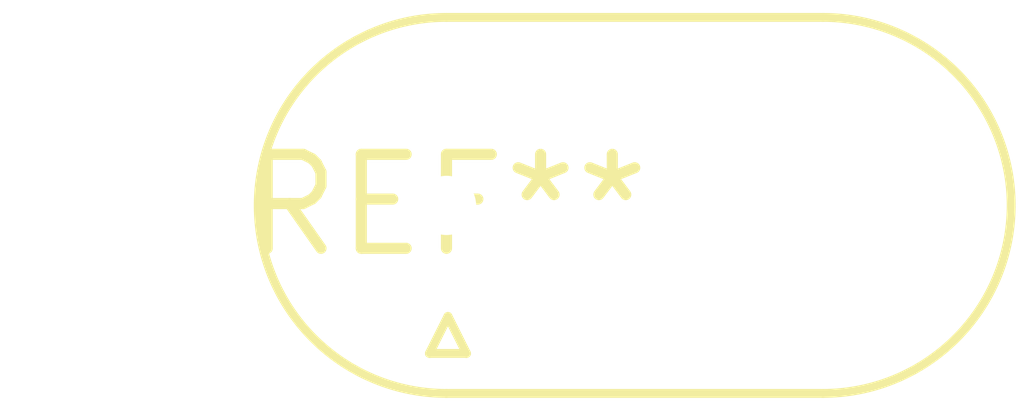
<source format=kicad_pcb>
(kicad_pcb (version 20240108) (generator pcbnew)
  (layers (0 "F.Cu" signal) (31 "B.Cu" signal) (34 "B.Paste" user) (35 "F.Paste" user) (36 "B.SilkS" user "B.Silkscreen") (37 "F.SilkS" user "F.Silkscreen") (38 "B.Mask" user) (39 "F.Mask" user) (44 "Edge.Cuts" user))
  (net 0 "")
  (footprint "Valve_Glimm" (layer "F.Cu") (at 0 0)
    (property "Reference" "REF**")
    (property "Value" "Valve_Glimm")
    (fp_line (start -0.23 2) (end 0.27 2) (layer "F.SilkS") (stroke (width 0.12)))
    (fp_line (start 0 -2.54) (end 5.08 -2.54) (layer "F.SilkS") (stroke (width 0.12)))
    (fp_line (start 0 2.54) (end 5.08 2.54) (layer "F.SilkS") (stroke (width 0.12)))
    (fp_line (start 0.02 1.5) (end -0.23 2) (layer "F.SilkS") (stroke (width 0.12)))
    (fp_line (start 0.27 2) (end 0.02 1.5) (layer "F.SilkS") (stroke (width 0.12)))
    (fp_arc (start 0 2.54) (mid -2.54 0) (end 0 -2.54) (layer "F.SilkS") (stroke (width 0.12)))
    (fp_arc (start 5.08 -2.54) (mid 7.62 0) (end 5.08 2.54) (layer "F.SilkS") (stroke (width 0.12)))
    (pad "1" thru_hole rect (at 0 0) (size 1.78 1.78) (drill 0.8) (layers *.Cu *.Mask) (remove_unused_layers))
    (pad "2" thru_hole circle (at 5.08 0) (size 1.78 1.78) (drill 0.8) (layers *.Cu *.Mask) (remove_unused_layers))
  )
)
</source>
